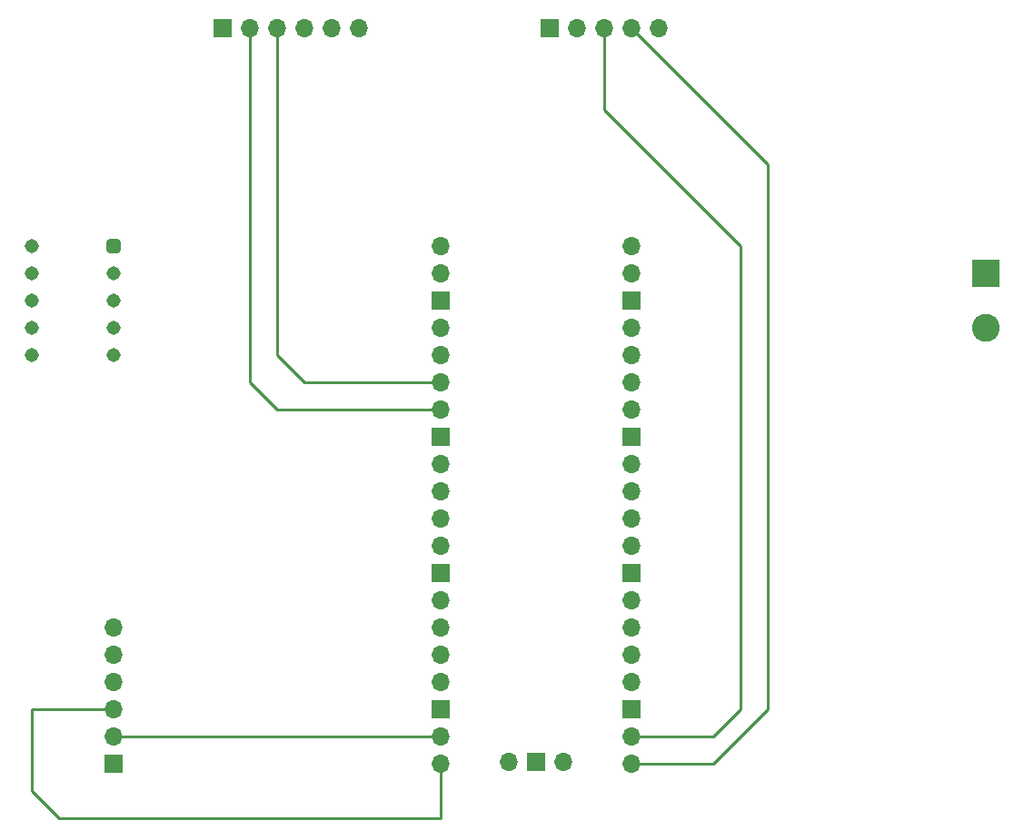
<source format=gbr>
%TF.GenerationSoftware,KiCad,Pcbnew,7.0.1*%
%TF.CreationDate,2023-04-18T18:49:40-05:00*%
%TF.ProjectId,pcb_design,7063625f-6465-4736-9967-6e2e6b696361,rev?*%
%TF.SameCoordinates,Original*%
%TF.FileFunction,Copper,L2,Bot*%
%TF.FilePolarity,Positive*%
%FSLAX46Y46*%
G04 Gerber Fmt 4.6, Leading zero omitted, Abs format (unit mm)*
G04 Created by KiCad (PCBNEW 7.0.1) date 2023-04-18 18:49:40*
%MOMM*%
%LPD*%
G01*
G04 APERTURE LIST*
G04 Aperture macros list*
%AMRoundRect*
0 Rectangle with rounded corners*
0 $1 Rounding radius*
0 $2 $3 $4 $5 $6 $7 $8 $9 X,Y pos of 4 corners*
0 Add a 4 corners polygon primitive as box body*
4,1,4,$2,$3,$4,$5,$6,$7,$8,$9,$2,$3,0*
0 Add four circle primitives for the rounded corners*
1,1,$1+$1,$2,$3*
1,1,$1+$1,$4,$5*
1,1,$1+$1,$6,$7*
1,1,$1+$1,$8,$9*
0 Add four rect primitives between the rounded corners*
20,1,$1+$1,$2,$3,$4,$5,0*
20,1,$1+$1,$4,$5,$6,$7,0*
20,1,$1+$1,$6,$7,$8,$9,0*
20,1,$1+$1,$8,$9,$2,$3,0*%
G04 Aperture macros list end*
%TA.AperFunction,ComponentPad*%
%ADD10R,2.600000X2.600000*%
%TD*%
%TA.AperFunction,ComponentPad*%
%ADD11C,2.600000*%
%TD*%
%TA.AperFunction,ComponentPad*%
%ADD12O,1.700000X1.700000*%
%TD*%
%TA.AperFunction,ComponentPad*%
%ADD13R,1.700000X1.700000*%
%TD*%
%TA.AperFunction,ComponentPad*%
%ADD14RoundRect,0.250000X-0.405000X0.405000X-0.405000X-0.405000X0.405000X-0.405000X0.405000X0.405000X0*%
%TD*%
%TA.AperFunction,ComponentPad*%
%ADD15C,1.310000*%
%TD*%
%TA.AperFunction,Conductor*%
%ADD16C,0.250000*%
%TD*%
G04 APERTURE END LIST*
D10*
%TO.P,J1,1,Pin_1*%
%TO.N,Net-(J1-Pin_1)*%
X200660000Y-68580000D03*
D11*
%TO.P,J1,2,Pin_2*%
%TO.N,Net-(J1-Pin_2)*%
X200660000Y-73660000D03*
%TD*%
D12*
%TO.P,U5,1,GPIO0*%
%TO.N,Net-(U1-SDA)*%
X149860000Y-66040000D03*
%TO.P,U5,2,GPIO1*%
%TO.N,Net-(U1-SCL)*%
X149860000Y-68580000D03*
D13*
%TO.P,U5,3,GND*%
%TO.N,unconnected-(U5-GND-Pad3)*%
X149860000Y-71120000D03*
D12*
%TO.P,U5,4,GPIO2*%
%TO.N,Net-(U1-RST)*%
X149860000Y-73660000D03*
%TO.P,U5,5,GPIO3*%
%TO.N,unconnected-(U5-GPIO3-Pad5)*%
X149860000Y-76200000D03*
%TO.P,U5,6,GPIO4*%
%TO.N,Net-(U3-TXD)*%
X149860000Y-78740000D03*
%TO.P,U5,7,GPIO5*%
%TO.N,Net-(U3-RXD)*%
X149860000Y-81280000D03*
D13*
%TO.P,U5,8,GND*%
%TO.N,Net-(U1-GND)*%
X149860000Y-83820000D03*
D12*
%TO.P,U5,9,GPIO6*%
%TO.N,unconnected-(U5-GPIO6-Pad9)*%
X149860000Y-86360000D03*
%TO.P,U5,10,GPIO7*%
%TO.N,unconnected-(U5-GPIO7-Pad10)*%
X149860000Y-88900000D03*
%TO.P,U5,11,GPIO8*%
%TO.N,unconnected-(U5-GPIO8-Pad11)*%
X149860000Y-91440000D03*
%TO.P,U5,12,GPIO9*%
%TO.N,unconnected-(U5-GPIO9-Pad12)*%
X149860000Y-93980000D03*
D13*
%TO.P,U5,13,GND*%
%TO.N,Net-(U4-GND)*%
X149860000Y-96520000D03*
D12*
%TO.P,U5,14,GPIO10*%
%TO.N,unconnected-(U5-GPIO10-Pad14)*%
X149860000Y-99060000D03*
%TO.P,U5,15,GPIO11*%
%TO.N,unconnected-(U5-GPIO11-Pad15)*%
X149860000Y-101600000D03*
%TO.P,U5,16,GPIO12*%
%TO.N,Net-(U4-MISO)*%
X149860000Y-104140000D03*
%TO.P,U5,17,GPIO13*%
%TO.N,Net-(U4-CS)*%
X149860000Y-106680000D03*
D13*
%TO.P,U5,18,GND*%
%TO.N,unconnected-(U5-GND-Pad18)*%
X149860000Y-109220000D03*
D12*
%TO.P,U5,19,GPIO14*%
%TO.N,Net-(U4-SCK)*%
X149860000Y-111760000D03*
%TO.P,U5,20,GPIO15*%
%TO.N,Net-(U4-MOSI)*%
X149860000Y-114300000D03*
%TO.P,U5,21,GPIO16*%
%TO.N,Net-(U2-TXD)*%
X167640000Y-114300000D03*
%TO.P,U5,22,GPIO17*%
%TO.N,Net-(U2-RXD)*%
X167640000Y-111760000D03*
D13*
%TO.P,U5,23,GND*%
%TO.N,Net-(U2-GND)*%
X167640000Y-109220000D03*
D12*
%TO.P,U5,24,GPIO18*%
%TO.N,unconnected-(U5-GPIO18-Pad24)*%
X167640000Y-106680000D03*
%TO.P,U5,25,GPIO19*%
%TO.N,unconnected-(U5-GPIO19-Pad25)*%
X167640000Y-104140000D03*
%TO.P,U5,26,GPIO20*%
%TO.N,unconnected-(U5-GPIO20-Pad26)*%
X167640000Y-101600000D03*
%TO.P,U5,27,GPIO21*%
%TO.N,unconnected-(U5-GPIO21-Pad27)*%
X167640000Y-99060000D03*
D13*
%TO.P,U5,28,GND*%
%TO.N,unconnected-(U5-GND-Pad28)*%
X167640000Y-96520000D03*
D12*
%TO.P,U5,29,GPIO22*%
%TO.N,unconnected-(U5-GPIO22-Pad29)*%
X167640000Y-93980000D03*
%TO.P,U5,30,RUN*%
%TO.N,unconnected-(U5-RUN-Pad30)*%
X167640000Y-91440000D03*
%TO.P,U5,31,GPIO26_ADC0*%
%TO.N,unconnected-(U5-GPIO26_ADC0-Pad31)*%
X167640000Y-88900000D03*
%TO.P,U5,32,GPIO27_ADC1*%
%TO.N,unconnected-(U5-GPIO27_ADC1-Pad32)*%
X167640000Y-86360000D03*
D13*
%TO.P,U5,33,AGND*%
%TO.N,unconnected-(U5-AGND-Pad33)*%
X167640000Y-83820000D03*
D12*
%TO.P,U5,34,GPIO28_ADC2*%
%TO.N,unconnected-(U5-GPIO28_ADC2-Pad34)*%
X167640000Y-81280000D03*
%TO.P,U5,35,ADC_VREF*%
%TO.N,unconnected-(U5-ADC_VREF-Pad35)*%
X167640000Y-78740000D03*
%TO.P,U5,36,3V3*%
%TO.N,unconnected-(U5-3V3-Pad36)*%
X167640000Y-76200000D03*
%TO.P,U5,37,3V3_EN*%
%TO.N,unconnected-(U5-3V3_EN-Pad37)*%
X167640000Y-73660000D03*
D13*
%TO.P,U5,38,GND*%
%TO.N,Net-(J1-Pin_2)*%
X167640000Y-71120000D03*
D12*
%TO.P,U5,39,VSYS*%
%TO.N,Net-(J1-Pin_1)*%
X167640000Y-68580000D03*
%TO.P,U5,40,VBUS*%
%TO.N,unconnected-(U5-VBUS-Pad40)*%
X167640000Y-66040000D03*
%TO.P,U5,41,SWCLK*%
%TO.N,unconnected-(U5-SWCLK-Pad41)*%
X156210000Y-114070000D03*
D13*
%TO.P,U5,42,GND*%
%TO.N,unconnected-(U5-GND-Pad42)*%
X158750000Y-114070000D03*
D12*
%TO.P,U5,43,SWDIO*%
%TO.N,unconnected-(U5-SWDIO-Pad43)*%
X161290000Y-114070000D03*
%TD*%
D13*
%TO.P,U3,1,STATE*%
%TO.N,unconnected-(U3-STATE-Pad1)*%
X129540000Y-45720000D03*
D12*
%TO.P,U3,2,RXD*%
%TO.N,Net-(U3-RXD)*%
X132080000Y-45720000D03*
%TO.P,U3,3,TXD*%
%TO.N,Net-(U3-TXD)*%
X134620000Y-45720000D03*
%TO.P,U3,4,GND*%
%TO.N,Net-(U1-GND)*%
X137160000Y-45720000D03*
%TO.P,U3,5,VCC*%
%TO.N,Net-(J1-Pin_1)*%
X139700000Y-45720000D03*
%TO.P,U3,6,EN*%
%TO.N,unconnected-(U3-EN-Pad6)*%
X142240000Y-45720000D03*
%TD*%
D13*
%TO.P,U4,1,CS*%
%TO.N,Net-(U4-CS)*%
X119380000Y-114300000D03*
D12*
%TO.P,U4,2,SCK*%
%TO.N,Net-(U4-SCK)*%
X119380000Y-111760000D03*
%TO.P,U4,3,MOSI*%
%TO.N,Net-(U4-MOSI)*%
X119380000Y-109220000D03*
%TO.P,U4,4,MISO*%
%TO.N,Net-(U4-MISO)*%
X119380000Y-106680000D03*
%TO.P,U4,5,VCC*%
%TO.N,Net-(J1-Pin_1)*%
X119380000Y-104140000D03*
%TO.P,U4,6,GND*%
%TO.N,Net-(U4-GND)*%
X119380000Y-101600000D03*
%TD*%
D13*
%TO.P,U2,1,VCC*%
%TO.N,Net-(J1-Pin_1)*%
X160020000Y-45720000D03*
D12*
%TO.P,U2,2,GND*%
%TO.N,Net-(U2-GND)*%
X162560000Y-45720000D03*
%TO.P,U2,3,RXD*%
%TO.N,Net-(U2-RXD)*%
X165100000Y-45720000D03*
%TO.P,U2,4,TXD*%
%TO.N,Net-(U2-TXD)*%
X167640000Y-45720000D03*
%TO.P,U2,5,PPS*%
%TO.N,unconnected-(U2-PPS-Pad5)*%
X170180000Y-45720000D03*
%TD*%
D14*
%TO.P,U1,1,RST*%
%TO.N,Net-(U1-RST)*%
X119380000Y-66040000D03*
D15*
%TO.P,U1,2,SDA*%
%TO.N,Net-(U1-SDA)*%
X111760000Y-66040000D03*
%TO.P,U1,3,SCL*%
%TO.N,Net-(U1-SCL)*%
X119380000Y-68580000D03*
%TO.P,U1,4,GND*%
%TO.N,Net-(U1-GND)*%
X111760000Y-68580000D03*
%TO.P,U1,5,3V*%
%TO.N,unconnected-(U1-3V-Pad5)*%
X119380000Y-71120000D03*
%TO.P,U1,6,VIN*%
%TO.N,Net-(J1-Pin_1)*%
X111760000Y-71120000D03*
%TO.P,U1,7,INT*%
%TO.N,unconnected-(U1-INT-Pad7)*%
X119380000Y-73660000D03*
%TO.P,U1,8,ADR*%
%TO.N,unconnected-(U1-ADR-Pad8)*%
X111760000Y-73660000D03*
%TO.P,U1,9,PS0*%
%TO.N,unconnected-(U1-PS0-Pad9)*%
X119380000Y-76200000D03*
%TO.P,U1,10,PS1*%
%TO.N,unconnected-(U1-PS1-Pad10)*%
X111760000Y-76200000D03*
%TD*%
D16*
%TO.N,Net-(U4-SCK)*%
X119380000Y-111760000D02*
X149860000Y-111760000D01*
%TO.N,Net-(U4-MOSI)*%
X114300000Y-119380000D02*
X149860000Y-119380000D01*
X149860000Y-119380000D02*
X149860000Y-114300000D01*
X111760000Y-116840000D02*
X114300000Y-119380000D01*
X111760000Y-109220000D02*
X111760000Y-116840000D01*
X119380000Y-109220000D02*
X111760000Y-109220000D01*
%TO.N,Net-(U3-TXD)*%
X134620000Y-76200000D02*
X137160000Y-78740000D01*
X137160000Y-78740000D02*
X149860000Y-78740000D01*
X134620000Y-45720000D02*
X134620000Y-76200000D01*
%TO.N,Net-(U3-RXD)*%
X134620000Y-81280000D02*
X149860000Y-81280000D01*
X132080000Y-78740000D02*
X134620000Y-81280000D01*
X132080000Y-45720000D02*
X132080000Y-78740000D01*
%TO.N,Net-(U2-RXD)*%
X175260000Y-111760000D02*
X167640000Y-111760000D01*
X177800000Y-109220000D02*
X175260000Y-111760000D01*
X177800000Y-66040000D02*
X177800000Y-109220000D01*
X165100000Y-53340000D02*
X177800000Y-66040000D01*
X165100000Y-45720000D02*
X165100000Y-53340000D01*
%TO.N,Net-(U2-TXD)*%
X175260000Y-114300000D02*
X167640000Y-114300000D01*
X180340000Y-109220000D02*
X175260000Y-114300000D01*
X180340000Y-58420000D02*
X180340000Y-109220000D01*
X167640000Y-45720000D02*
X180340000Y-58420000D01*
%TD*%
M02*

</source>
